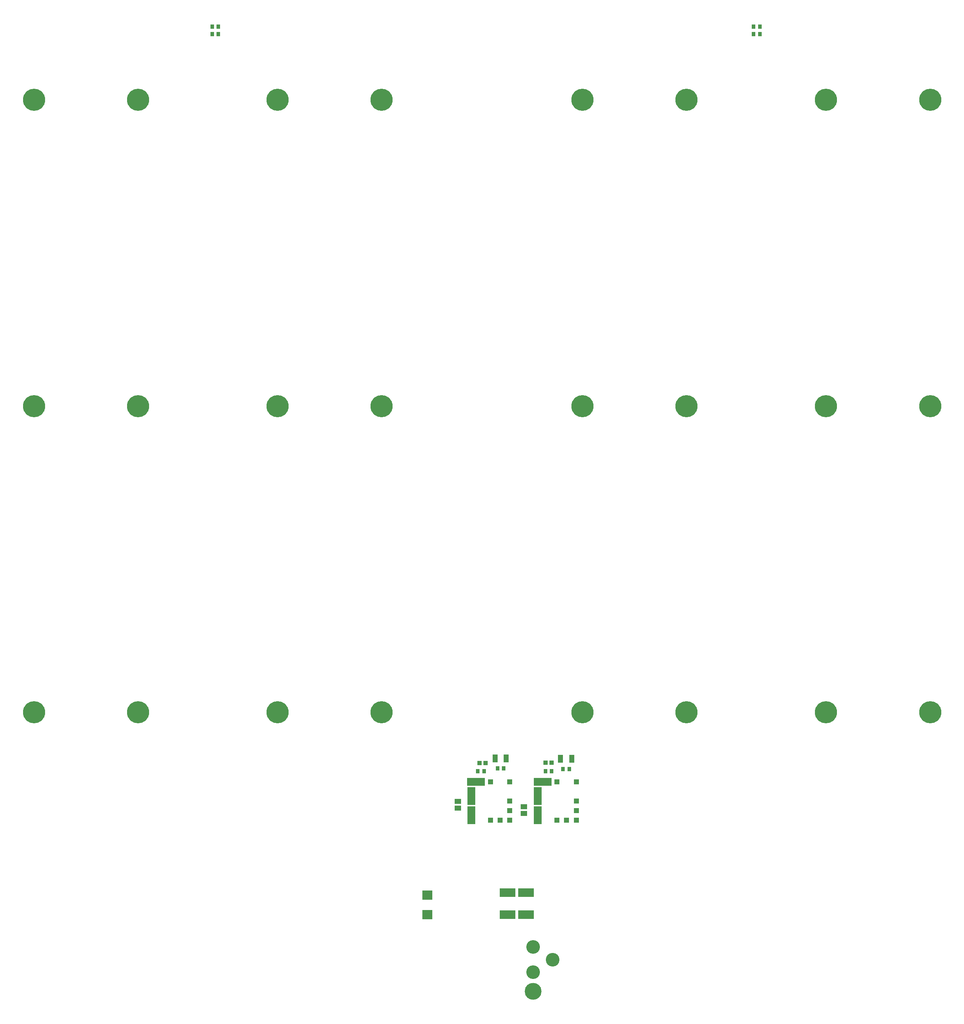
<source format=gts>
%FSTAX24Y24*%
%MOIN*%
%SFA1B1*%

%IPPOS*%
%ADD32R,0.091900X0.086300*%
%ADD33R,0.035600X0.043400*%
%ADD34R,0.077700X0.168200*%
%ADD35R,0.168200X0.077700*%
%ADD36R,0.047800X0.047800*%
%ADD37R,0.051300X0.074900*%
%ADD38R,0.063100X0.051300*%
%ADD39R,0.039500X0.043400*%
%ADD40R,0.149700X0.080800*%
%ADD41C,0.128000*%
%ADD42C,0.158000*%
%ADD43C,0.208000*%
%LNtoasterbigboard-1*%
%LPD*%
G54D32*
X07783Y029361D03*
Y031219D03*
G54D33*
X108459Y11275D03*
X10905D03*
X0582D03*
X057609D03*
X091145Y04305D03*
X090555D03*
X088905Y04285D03*
X089495D03*
X084995Y0431D03*
X084405D03*
X082555Y04285D03*
X083145D03*
X109045Y11205D03*
X108455D03*
X057609D03*
X0582D03*
G54D34*
X088199Y040501D03*
Y038702D03*
X081949Y040501D03*
Y038702D03*
G54D35*
X088648Y041851D03*
X082398D03*
G54D36*
X091801Y040052D03*
Y038249D03*
Y03915D03*
X089998Y041851D03*
Y038249D03*
X0909D03*
X091801Y041851D03*
X085551Y040052D03*
Y038249D03*
Y03915D03*
X083748Y041851D03*
Y038249D03*
X08465D03*
X085551Y041851D03*
G54D37*
X091382Y044D03*
X090318D03*
X085232Y04405D03*
X084169D03*
G54D38*
X0869Y039515D03*
Y038885D03*
X0807Y040015D03*
Y039385D03*
G54D39*
X088924Y04365D03*
X089476D03*
X082724Y0436D03*
X083276D03*
G54D40*
X0871Y03143D03*
Y02937D03*
X08535Y03143D03*
Y02937D03*
G54D41*
X089595Y02515D03*
X087745Y02633D03*
Y02397D03*
G54D42*
X087745Y02219D03*
G54D43*
X073533Y105865D03*
X063752D03*
X04088D03*
X050661D03*
X073533Y077115D03*
X063752D03*
X04088D03*
X050661D03*
X073533Y048365D03*
X063752D03*
X04088D03*
X050661D03*
X092383Y105865D03*
X102163D03*
X125035D03*
X115255D03*
X092383Y077115D03*
X102163D03*
X125035D03*
X115255D03*
X092383Y048365D03*
X102163D03*
X125035D03*
X115255D03*
M02*
</source>
